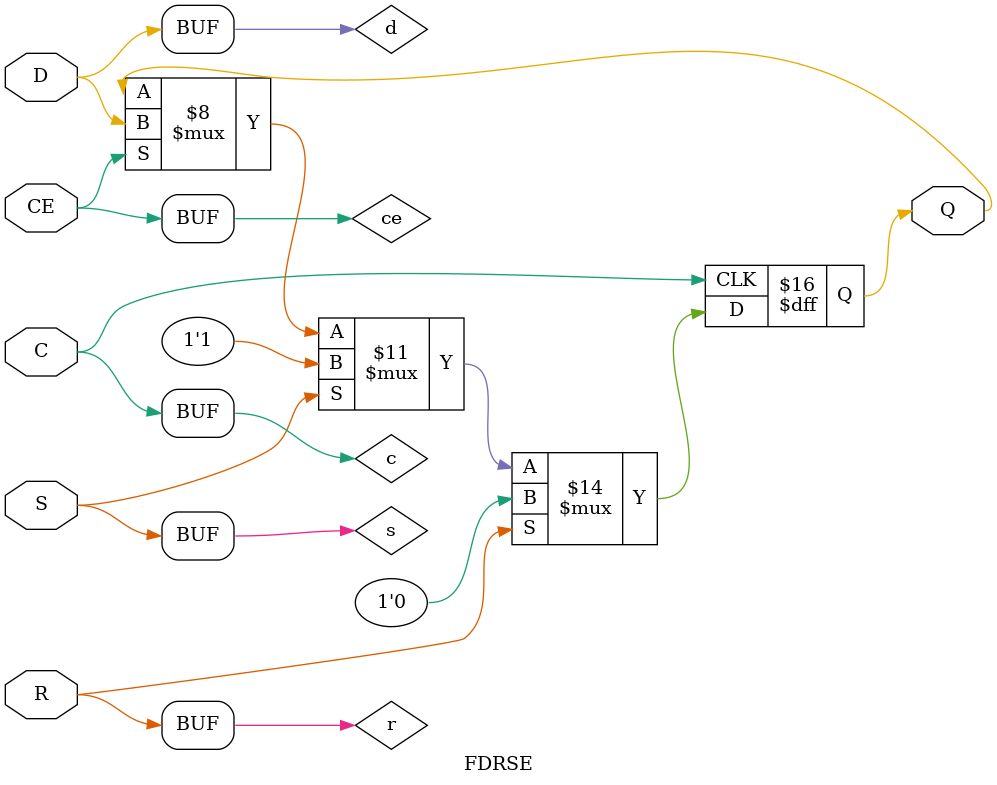
<source format=v>
module FDRSE (
  output reg Q,
  (* clkbuf_sink *)
  (* invertible_pin = "IS_C_INVERTED" *)
  input C,
  (* invertible_pin = "IS_CE_INVERTED" *)
  input CE,
  (* invertible_pin = "IS_D_INVERTED" *)
  input D,
  (* invertible_pin = "IS_R_INVERTED" *)
  input R,
  (* invertible_pin = "IS_S_INVERTED" *)
  input S
);
  parameter [0:0] INIT = 1'b0;
  parameter [0:0] IS_C_INVERTED = 1'b0;
  parameter [0:0] IS_CE_INVERTED = 1'b0;
  parameter [0:0] IS_D_INVERTED = 1'b0;
  parameter [0:0] IS_R_INVERTED = 1'b0;
  parameter [0:0] IS_S_INVERTED = 1'b0;
  initial Q <= INIT;
  wire c = C ^ IS_C_INVERTED;
  wire ce = CE ^ IS_CE_INVERTED;
  wire d = D ^ IS_D_INVERTED;
  wire r = R ^ IS_R_INVERTED;
  wire s = S ^ IS_S_INVERTED;
  always @(posedge c)
    if (r)
      Q <= 0;
    else if (s)
      Q <= 1;
    else if (ce)
      Q <= d;
endmodule
</source>
